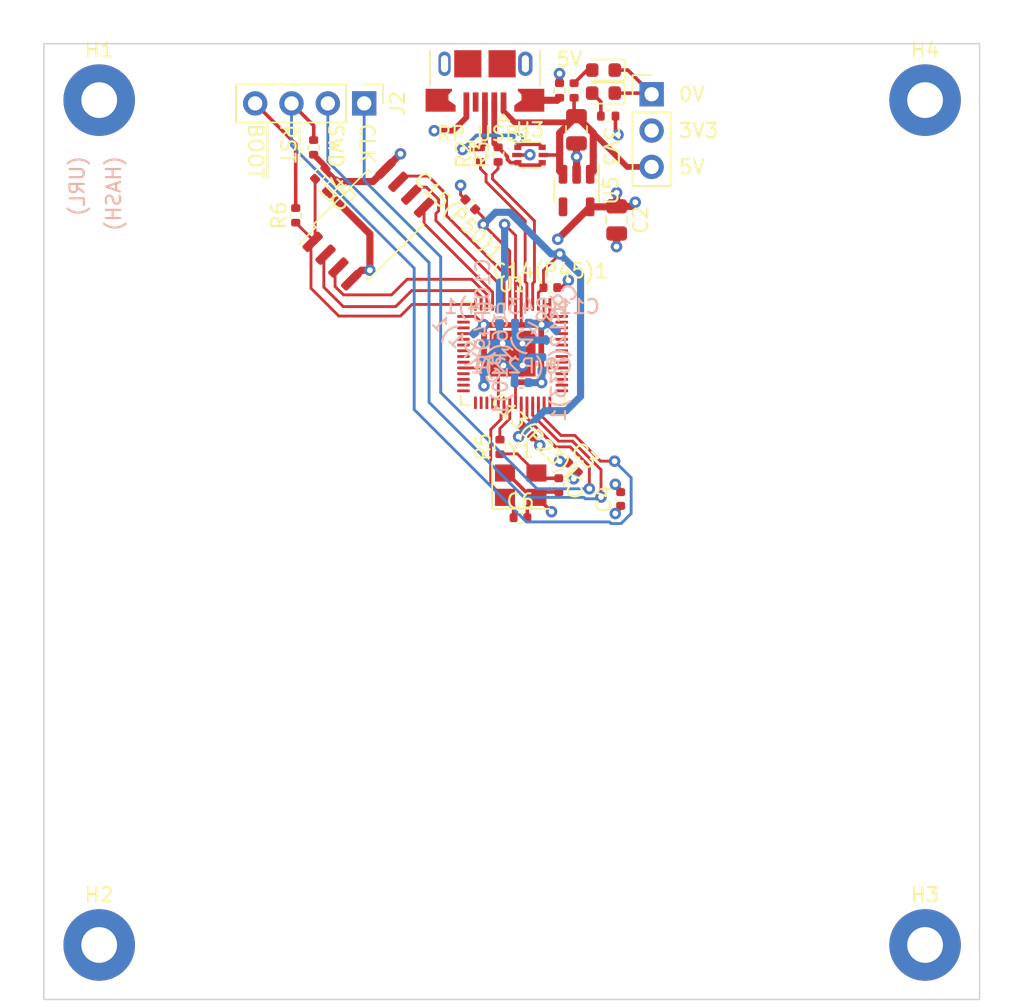
<source format=kicad_pcb>
(kicad_pcb (version 20240108) (generator "pcbnew") (generator_version "8.0")
  (layers (0 "F.Cu" signal) (1 "In1.Cu" signal) (2 "In2.Cu" signal) (31 "B.Cu" signal) (34 "B.Paste" user) (35 "F.Paste" user) (36 "B.SilkS" user "B.Silkscreen") (37 "F.SilkS" user "F.Silkscreen") (38 "B.Mask" user) (39 "F.Mask" user) (44 "Edge.Cuts" user))
  (net 0 "")
  (net 1 "+5V")
  (net 2 "GND")
  (net 3 "+3V3")
  (net 4 "Net-(U1-XIN)")
  (net 5 "Net-(C7-Pad1)")
  (net 10 "/USB_BOOT")
  (net 11 "/RP_SWCLK")
  (net 12 "/RP_SWD")
  (net 28 "/~{RESET}")
  (net 29 "Net-(RP_USB1-Shield)")
  (net 30 "Net-(RP_USB1-D+)")
  (net 31 "Net-(RP_USB1-D-)")
  (net 32 "Net-(U1-XOUT)")
  (net 33 "/QSPI_CS")
  (net 40 "+1V2")
  (net 46 "/QSPI_DATA[3]")
  (net 47 "/QSPI_SCK")
  (net 48 "/QSPI_DATA[0]")
  (net 49 "/QSPI_DATA[2]")
  (net 50 "/QSPI_DATA[1]")
  (net 52 "/RP_UD+")
  (net 53 "/RP_UD-")
  (net 55 "Net-(D1_UM1-A)")
  (net 56 "Net-(D2_UM1-A)")
  (footprint "Package_TO_SOT_SMD:SOT-23-5" (layer "F.Cu") (at 158.520588 87.601856 -90)
    (property "Reference" "U5")
    (property "Value" "AP2112K-3.3")
  )
  (footprint "Resistor_SMD:R_0402_1005Metric" (layer "F.Cu") (at 153.163707 105.520206 90)
    (property "Reference" "R5")
    (property "Value" "1K")
  )
  (footprint "Package_TO_SOT_SMD:SOT-666" (layer "F.Cu") (at 155.266923 85.116162)
    (property "Reference" "U3")
    (property "Value" "USBLC6-2P6")
  )
  (footprint "LED_SMD:LED_0603_1608Metric" (layer "F.Cu") (at 160.399047 80.79027 180)
    (property "Reference" "D2_UM1" (hide yes))
    (property "Value" "LED(G)")
  )
  (footprint "LED_SMD:LED_0603_1608Metric" (layer "F.Cu") (at 160.399047 79.17976 180)
    (property "Reference" "D1_UM1" (hide yes))
    (property "Value" "LED(R)")
  )
  (footprint "Capacitor_SMD:C_0402_1005Metric" (layer "F.Cu") (at 155.086491 104.4377 -45)
    (property "Reference" "C13(P23)1")
    (property "Value" "100nF")
  )
  (footprint "Connector_USB:USB_Micro-B_XKB_U254-051T-4BH83-F1S" (layer "F.Cu") (at 152.115 79.13 180)
    (property "Reference" "RP_USB1")
    (property "Value" "USB_B_Micro")
  )
  (footprint "Capacitor_SMD:C_0402_1005Metric" (layer "F.Cu") (at 157.276831 108.192976 -90)
    (property "Reference" "C7")
    (property "Value" "35pF")
  )
  (footprint "Package_DFN_QFN:QFN-56-1EP_7x7mm_P0.4mm_EP3.2x3.2mm" (layer "F.Cu") (at 154.050703 99)
    (property "Reference" "U1")
    (property "Value" "RP2040")
  )
  (footprint "Connector_PinHeader_2.54mm:PinHeader_1x04_P2.54mm_Vertical" (layer "F.Cu") (at 143.673475 81.510483 -90)
    (property "Reference" "J2")
    (property "Value" "Conn_01x04_Pin")
  )
  (footprint "Resistor_SMD:R_0402_1005Metric" (layer "F.Cu") (at 157.327362 80.606118 -90)
    (property "Reference" "R1" (hide yes))
    (property "Value" "1M")
  )
  (footprint "Capacitor_SMD:C_0402_1005Metric" (layer "F.Cu") (at 156.686665 94.383775)
    (property "Reference" "C14(P45)1")
    (property "Value" "1uF")
  )
  (footprint "Connector_PinHeader_2.54mm:PinHeader_1x03_P2.54mm_Vertical" (layer "F.Cu") (at 163.765323 80.86891)
    (property "Reference" "J1" (hide yes))
    (property "Value" "Conn_01x03_Pin")
  )
  (footprint "Resistor_SMD:R_0402_1005Metric" (layer "F.Cu") (at 140.603839 86.427774 45)
    (property "Reference" "R7" (hide yes))
    (property "Value" "10K")
  )
  (footprint "Capacitor_SMD:C_0805_2012Metric" (layer "F.Cu") (at 161.32136 89.653873 -90)
    (property "Reference" "C2")
    (property "Value" "10uF")
  )
  (footprint "Resistor_SMD:R_0402_1005Metric" (layer "F.Cu") (at 158.34644 80.604686 90)
    (property "Reference" "R4_UM1" (hide yes))
    (property "Value" "330")
  )
  (footprint "Capacitor_SMD:C_0402_1005Metric" (layer "F.Cu") (at 154.597626 110.470019)
    (property "Reference" "C6")
    (property "Value" "35pF")
  )
  (footprint "Resistor_SMD:R_0402_1005Metric" (layer "F.Cu") (at 153.035 85.09 90)
    (property "Reference" "R3")
    (property "Value" "27")
  )
  (footprint "Capacitor_SMD:C_0402_1005Metric" (layer "F.Cu") (at 161.598939 109.161549 90)
    (property "Reference" "C4")
    (property "Value" "100nF")
  )
  (footprint "Capacitor_SMD:C_0402_1005Metric" (layer "F.Cu") (at 151.089206 88.57268 135)
    (property "Reference" "C15(P50)1")
    (property "Value" "100nF")
  )
  (footprint "Resistor_SMD:R_0402_1005Metric" (layer "F.Cu") (at 138.887758 89.335336 90)
    (property "Reference" "R6")
    (property "Value" "1k")
  )
  (footprint "Capacitor_SMD:C_0402_1005Metric" (layer "F.Cu") (at 141.422061 87.310397 -135)
    (property "Reference" "C5")
    (property "Value" "100nF")
  )
  (footprint "MountingHole:MountingHole_2.5mm_Pad" (layer "F.Cu") (at 182.88 81.28)
    (property "Reference" "H4")
    (property "Value" "MountingHole_Pad")
  )
  (footprint "MountingHole:MountingHole_2.5mm_Pad" (layer "F.Cu") (at 125.152037 140.335)
    (property "Reference" "H2")
    (property "Value" "MountingHole_Pad")
  )
  (footprint "Resistor_SMD:R_0402_1005Metric" (layer "F.Cu") (at 151.800561 85.09 90)
    (property "Reference" "R2")
    (property "Value" "27")
  )
  (footprint "MountingHole:MountingHole_2.5mm_Pad" (layer "F.Cu") (at 125.152037 81.28)
    (property "Reference" "H1")
    (property "Value" "MountingHole_Pad")
  )
  (footprint "Package_SO:SOIC-8_5.23x5.23mm_P1.27mm" (layer "F.Cu") (at 143.96499 89.984938 45)
    (property "Reference" "U4")
    (property "Value" "W25Q128JVS")
  )
  (footprint "Crystal:Crystal_SMD_3225-4Pin_3.2x2.5mm" (layer "F.Cu") (at 154.6149 108.196724)
    (property "Reference" "Y1")
    (property "Value" "12MHz")
  )
  (footprint "Resistor_SMD:R_0402_1005Metric" (layer "F.Cu") (at 140.140015 84.584527 90)
    (property "Reference" "R4" (hide yes))
    (property "Value" "10K")
  )
  (footprint "Capacitor_SMD:C_0805_2012Metric" (layer "F.Cu") (at 158.512174 83.354654 -90)
    (property "Reference" "C1" (hide yes))
    (property "Value" "10uF")
  )
  (footprint "Capacitor_SMD:C_0402_1005Metric" (layer "F.Cu") (at 158.263153 106.955777 -45)
    (property "Reference" "C3")
    (property "Value" "100nF")
  )
  (footprint "MountingHole:MountingHole_2.5mm_Pad" (layer "F.Cu") (at 182.88 140.335)
    (property "Reference" "H3")
    (property "Value" "MountingHole_Pad")
  )
  (footprint "Resistor_SMD:R_0402_1005Metric" (layer "F.Cu") (at 160.727313 82.397591 180)
    (property "Reference" "R5_UM1" (hide yes))
    (property "Value" "330")
  )
  (footprint "Capacitor_SMD:C_0402_1005Metric" (layer "B.Cu") (at 154.670968 101.027464 180)
    (property "Reference" "C8(P22)1")
    (property "Value" "100nF")
  )
  (footprint "Capacitor_SMD:C_0402_1005Metric" (layer "B.Cu") (at 156.099483 99.726088 90)
    (property "Reference" "C12(P33)1")
    (property "Value" "100nF")
  )
  (footprint "Capacitor_SMD:C_0402_1005Metric" (layer "B.Cu") (at 151.685218 97.923238 -45)
    (property "Reference" "C7(P1)1")
    (property "Value" "100nF")
  )
  (footprint "Capacitor_SMD:C_0402_1005Metric" (layer "B.Cu") (at 156.731243 97.710964 -135)
    (property "Reference" "C9(P42)1")
    (property "Value" "100nF")
  )
  (footprint "Capacitor_SMD:C_0402_1005Metric" (layer "B.Cu") (at 152.034308 99.829796 90)
    (property "Reference" "C6(P10)1")
    (property "Value" "100nF")
  )
  (footprint "Capacitor_SMD:C_0402_1005Metric" (layer "B.Cu") (at 153.129341 96.38916 -90)
    (property "Reference" "C10(P49)1")
    (property "Value" "100nF")
  )
  (footprint "Capacitor_SMD:C_0402_1005Metric" (layer "B.Cu") (at 154.701271 96.871552 180)
    (property "Reference" "C11(P43n44)1")
    (property "Value" "1uF")
  )
  (gr_rect (start 121.285 77.335) (end 186.69 144.145) (stroke (width 0.1)) (fill none) (layer "Edge.Cuts"))
  (gr_text "(HASH)" (at 126.746 85.09 90) (layer "B.SilkS") (effects (font (size 1 1)) (justify left bottom mirror)))
  (gr_text "(URL)" (at 124.206 85.089999 90) (layer "B.SilkS") (effects (font (size 1 1)) (justify left bottom mirror)))
  (gr_text "5V" (at 157.008446 79.007782 0) (layer "F.SilkS") (effects (font (size 1 1)) (justify left bottom)))
  (gr_text "~{BOOT}" (at 135.502539 82.83159 270) (layer "F.SilkS") (effects (font (size 1 1)) (justify left bottom)))
  (gr_text "~{RST}" (at 137.740114 82.877255 -90) (layer "F.SilkS") (effects (font (size 1 1)) (justify left bottom)))
  (gr_text "3V3" (at 160.344617 83.050868 270) (layer "F.SilkS") (effects (font (size 1 1)) (justify left bottom)))
  (gr_text "CLK" (at 143.288387 82.808757 -90) (layer "F.SilkS") (effects (font (size 1 1)) (justify left bottom)))
  (gr_text "3V3" (at 165.567288 83.999456 0) (layer "F.SilkS") (effects (font (size 1 1)) (justify left bottom)))
  (gr_text "SWD" (at 141.096477 82.83159 -90) (layer "F.SilkS") (effects (font (size 1 1)) (justify left bottom)))
  (gr_text "5V" (at 165.567288 86.539456 0) (layer "F.SilkS") (effects (font (size 1 1)) (justify left bottom)))
  (gr_text "0V" (at 165.567288 81.459456 0) (layer "F.SilkS") (effects (font (size 1 1)) (justify left bottom)))
  (segment (start 158.34644 82.211098) (end 158.52799 82.392648) (width 0.25) (layer "F.Cu") (net 1))
  (segment (start 162.05643 85.94891) (end 163.765323 85.94891) (width 0.4) (layer "F.Cu") (net 1))
  (segment (start 159.637174 86.297774) (end 159.687174 86.247774) (width 0.5) (layer "F.Cu") (net 1))
  (segment (start 157.251652 85.116162) (end 157.337174 85.03064) (width 0.25) (layer "F.Cu") (net 1))
  (segment (start 157.337174 85.03064) (end 157.337174 86.230944) (width 0.5) (layer "F.Cu") (net 1))
  (segment (start 157.337174 83.579653) (end 157.337174 85.03064) (width 0.5) (layer "F.Cu") (net 1))
  (segment (start 154.179826 82.829193) (end 158.087635 82.829193) (width 0.4) (layer "F.Cu") (net 1))
  (segment (start 157.251327 85.116487) (end 157.337174 85.03064) (width 0.25) (layer "F.Cu") (net 1))
  (segment (start 158.512173 82.404654) (end 157.337174 83.579653) (width 0.5) (layer "F.Cu") (net 1))
  (segment (start 157.337174 86.230944) (end 157.570588 86.464358) (width 0.5) (layer "F.Cu") (net 1))
  (segment (start 158.087635 82.829193) (end 158.512174 82.404654) (width 0.4) (layer "F.Cu") (net 1))
  (segment (start 159.637174 86.297774) (end 159.470589 86.464358) (width 0.4) (layer "F.Cu") (net 1))
  (segment (start 159.687174 85.211284) (end 159.687174 83.579655) (width 0.5) (layer "F.Cu") (net 1))
  (segment (start 158.34644 81.114685) (end 158.34644 82.211098) (width 0.25) (layer "F.Cu") (net 1))
  (segment (start 156.191923 85.116162) (end 157.251652 85.116162) (width 0.25) (layer "F.Cu") (net 1))
  (segment (start 159.687174 83.579655) (end 158.512173 82.404654) (width 0.5) (layer "F.Cu") (net 1))
  (segment (start 159.687174 86.247774) (end 159.687174 85.211284) (width 0.5) (layer "F.Cu") (net 1))
  (segment (start 153.415 82.064367) (end 153.415 81.415) (width 0.4) (layer "F.Cu") (net 1))
  (segment (start 154.179826 82.829193) (end 153.415 82.064367) (width 0.4) (layer "F.Cu") (net 1))
  (segment (start 158.512174 82.404654) (end 162.05643 85.94891) (width 0.4) (layer "F.Cu") (net 1))
  (segment (start 149.888834 83.416166) (end 148.574679 83.416166) (width 0.4) (layer "F.Cu") (net 2))
  (segment (start 155.077626 110.470019) (end 155.077626 109.683998) (width 0.25) (layer "F.Cu") (net 2))
  (segment (start 154.050703 99) (end 154.050703 99.132866) (width 0.25) (layer "F.Cu") (net 2))
  (segment (start 161.186548 79.17976) (end 162.103995 79.17976) (width 0.25) (layer "F.Cu") (net 2))
  (segment (start 141.08265 87.649808) (end 144.072411 90.639569) (width 0.5) (layer "F.Cu") (net 2))
  (segment (start 154.820248 108.513745) (end 153.653227 107.346724) (width 0.25) (layer "F.Cu") (net 2))
  (segment (start 161.598939 108.681549) (end 161.598939 108.505898) (width 0.25) (layer "F.Cu") (net 2))
  (segment (start 153.050703 102.4375) (end 153.050703 100.187297) (width 0.2) (layer "F.Cu") (net 2))
  (segment (start 157.327362 79.42501) (end 157.327362 80.096118) (width 0.5) (layer "F.Cu") (net 2))
  (segment (start 158.602564 107.295188) (end 158.602564 107.46265) (width 0.25) (layer "F.Cu") (net 2))
  (segment (start 150.815 81.415) (end 150.815 82.49) (width 0.4) (layer "F.Cu") (net 2))
  (segment (start 154.050703 99) (end 154.050703 98.983781) (width 0.25) (layer "F.Cu") (net 2))
  (segment (start 143.469705 93.1743) (end 144.072411 93.1743) (width 0.5) (layer "F.Cu") (net 2))
  (segment (start 154.820248 108.513745) (end 155.353227 109.046724) (width 0.25) (layer "F.Cu") (net 2))
  (segment (start 153.050703 100.187297) (end 153.410387 99.827613) (width 0.2) (layer "F.Cu") (net 2))
  (segment (start 157.166665 94.383775) (end 157.439198 94.383775) (width 0.2) (layer "F.Cu") (net 2))
  (segment (start 154.050703 98.983781) (end 154.737309 98.297175) (width 0.25) (layer "F.Cu") (net 2))
  (segment (start 142.766444 93.877561) (end 143.469705 93.1743) (width 0.5) (layer "F.Cu") (net 2))
  (segment (start 155.762964 109.046724) (end 156.768818 110.052578) (width 0.25) (layer "F.Cu") (net 2))
  (segment (start 156.088648 108.672976) (end 155.7149 109.046724) (width 0.25) (layer "F.Cu") (net 2))
  (segment (start 155.425902 104.879075) (end 155.944686 105.397859) (width 0.2) (layer "F.Cu") (net 2))
  (segment (start 162.103995 79.17976) (end 163.781139 80.856904) (width 0.25) (layer "F.Cu") (net 2))
  (segment (start 161.32136 90.603872) (end 161.32136 91.505357) (width 0.5) (layer "F.Cu") (net 2))
  (segment (start 153.653227 107.346724) (end 153.5149 107.346724) (width 0.25) (layer "F.Cu") (net 2))
  (segment (start 155.7149 109.046724) (end 155.762964 109.046724) (width 0.25) (layer "F.Cu") (net 2))
  (segment (start 150.815 82.49) (end 149.888834 83.416166) (width 0.4) (layer "F.Cu") (net 2))
  (segment (start 158.602564 107.46265) (end 158.319646 107.745568) (width 0.25) (layer "F.Cu") (net 2))
  (segment (start 158.520588 85.229695) (end 158.52059 85.229695) (width 0.4) (layer "F.Cu") (net 2))
  (segment (start 161.32136 91.505357) (end 161.309695 91.517022) (width 0.5) (layer "F.Cu") (net 2))
  (segment (start 155.077626 109.683998) (end 155.7149 109.046724) (width 0.25) (layer "F.Cu") (net 2))
  (segment (start 150.411657 87.237974) (end 150.411657 87.895131) (width 0.2) (layer "F.Cu") (net 2))
  (segment (start 154.050703 99.132866) (end 154.74545 99.827613) (width 0.25) (layer "F.Cu") (net 2))
  (segment (start 158.520588 86.464356) (end 158.520588 85.229695) (width 0.5) (layer "F.Cu") (net 2))
  (segment (start 157.439198 94.383775) (end 157.947429 93.875544) (width 0.2) (layer "F.Cu") (net 2))
  (segment (start 154.050703 99) (end 154.050703 99.187297) (width 0.25) (layer "F.Cu") (net 2))
  (segment (start 154.050703 99.187297) (end 153.410387 99.827613) (width 0.25) (layer "F.Cu") (net 2))
  (segment (start 161.598939 108.505898) (end 161.226118 108.133077) (width 0.25) (layer "F.Cu") (net 2))
  (segment (start 158.512173 85.221277) (end 158.52059 85.229695) (width 0.4) (layer "F.Cu") (net 2))
  (segment (start 155.238095 85.116162) (end 155.25836 85.095897) (width 0.25) (layer "F.Cu") (net 2))
  (segment (start 154.341923 85.116162) (end 155.238095 85.116162) (width 0.25) (layer "F.Cu") (net 2))
  (segment (start 155.425902 104.777111) (end 155.425902 104.879075) (width 0.2) (layer "F.Cu") (net 2))
  (segment (start 155.353227 109.046724) (end 155.7149 109.046724) (width 0.25) (layer "F.Cu") (net 2))
  (segment (start 144.072411 90.639569) (end 144.072411 93.1743) (width 0.5) (layer "F.Cu") (net 2))
  (segment (start 161.186548 80.79027) (end 163.714505 80.79027) (width 0.25) (layer "F.Cu") (net 2))
  (segment (start 157.276831 108.672976) (end 156.088648 108.672976) (width 0.25) (layer "F.Cu") (net 2))
  (segment (start 158.512175 84.304654) (end 158.512173 85.221277) (width 0.5) (layer "F.Cu") (net 2))
  (segment (start 154.050703 99) (end 154.050703 98.978195) (width 0.25) (layer "F.Cu") (net 2))
  (segment (start 154.050703 98.978195) (end 153.353402 98.280894) (width 0.25) (layer "F.Cu") (net 2))
  (segment (start 150.411657 87.895131) (end 150.749795 88.233269) (width 0.2) (layer "F.Cu") (net 2))
  (via (at 157.327362 79.42501) (size 0.8) (drill 0.4) (layers "F.Cu" "B.Cu") (net 2))
  (via (at 157.947429 93.875544) (size 0.8) (drill 0.4) (layers "F.Cu" "B.Cu") (net 2))
  (via (at 158.52059 85.229695) (size 0.8) (drill 0.4) (layers "F.Cu" "B.Cu") (net 2))
  (via (at 161.226118 108.133077) (size 0.8) (drill 0.4) (layers "F.Cu" "B.Cu") (net 2))
  (via (at 156.768818 110.052578) (size 0.8) (drill 0.4) (layers "F.Cu" "B.Cu") (net 2))
  (via (at 150.411657 87.237974) (size 0.8) (drill 0.4) (layers "F.Cu" "B.Cu") (net 2))
  (via (at 155.944686 105.397859) (size 0.8) (drill 0.4) (layers "F.Cu" "B.Cu") (net 2))
  (via (at 153.410387 99.827613) (size 0.8) (drill 0.4) (layers "F.Cu" "B.Cu") (net 2))
  (via (at 144.072411 93.1743) (size 0.8) (drill 0.4) (layers "F.Cu" "B.Cu") (net 2))
  (via (at 153.353402 98.280894) (size 0.8) (drill 0.4) (layers "F.Cu" "B.Cu") (net 2))
  (via (at 161.309695 91.517022) (size 0.8) (drill 0.4) (layers "F.Cu" "B.Cu") (net 2))
  (via (at 155.25836 85.095897) (size 0.8) (drill 0.4) (layers "F.Cu" "B.Cu") (net 2))
  (via (at 154.74545 99.827613) (size 0.8) (drill 0.4) (layers "F.Cu" "B.Cu") (net 2))
  (via (at 154.737309 98.297175) (size 0.8) (drill 0.4) (layers "F.Cu" "B.Cu") (net 2))
  (via (at 148.574679 83.416166) (size 0.8) (drill 0.4) (layers "F.Cu" "B.Cu") (net 2))
  (via (at 158.319646 107.745568) (size 0.8) (drill 0.4) (layers "F.Cu" "B.Cu") (net 2))
  (segment (start 156.391832 98.050375) (end 154.984109 98.050375) (width 0.5) (layer "B.Cu") (net 2))
  (segment (start 152.93257 99.349796) (end 153.410387 99.827613) (width 0.5) (layer "B.Cu") (net 2))
  (segment (start 154.221271 96.871552) (end 154.221271 97.781137) (width 0.5) (layer "B.Cu") (net 2))
  (segment (start 155.326975 99.246088) (end 154.74545 99.827613) (width 0.5) (layer "B.Cu") (net 2))
  (segment (start 156.099483 99.246088) (end 155.326975 99.246088) (width 0.5) (layer "B.Cu") (net 2))
  (segment (start 154.74545 99.827613) (end 153.410387 99.827613) (width 0.5) (layer "B.Cu") (net 2))
  (segment (start 153.129341 96.86916) (end 153.129341 98.056833) (width 0.5) (layer "B.Cu") (net 2))
  (segment (start 153.353402 98.280894) (end 154.721028 98.280894) (width 0.5) (layer "B.Cu") (net 2))
  (segment (start 154.984109 98.050375) (end 154.737309 98.297175) (width 0.5) (layer "B.Cu") (net 2))
  (segment (start 152.2845 99.349796) (end 153.353402 98.280894) (width 0.5) (layer "B.Cu") (net 2))
  (segment (start 153.129341 98.056833) (end 153.353402 98.280894) (width 0.5) (layer "B.Cu") (net 2))
  (segment (start 154.737309 99.819472) (end 154.74545 99.827613) (width 0.25) (layer "B.Cu") (net 2))
  (segment (start 153.353402 99.770628) (end 153.410387 99.827613) (width 0.25) (layer "B.Cu") (net 2))
  (segment (start 154.190968 100.382095) (end 154.74545 99.827613) (width 0.5) (layer "B.Cu") (net 2))
  (segment (start 152.034308 99.349796) (end 152.93257 99.349796) (width 0.5) (layer "B.Cu") (net 2))
  (segment (start 154.190968 101.027464) (end 154.190968 100.382095) (width 0.5) (layer "B.Cu") (net 2))
  (segment (start 152.024629 98.262649) (end 153.335157 98.262649) (width 0.5) (layer "B.Cu") (net 2))
  (segment (start 154.721028 98.280894) (end 154.737309 98.297175) (width 0.25) (layer "B.Cu") (net 2))
  (segment (start 153.353402 98.280894) (end 153.353402 99.770628) (width 0.5) (layer "B.Cu") (net 2))
  (segment (start 154.737309 98.297175) (end 154.737309 99.819472) (width 0.5) (layer "B.Cu") (net 2))
  (segment (start 153.335157 98.262649) (end 153.353402 98.280894) (width 0.5) (layer "B.Cu") (net 2))
  (segment (start 154.221271 97.781137) (end 154.737309 98.297175) (width 0.5) (layer "B.Cu") (net 2))
  (segment (start 152.034308 99.349796) (end 152.2845 99.349796) (width 0.5) (layer "B.Cu") (net 2))
  (segment (start 162.623043 88.419367) (end 162.338537 88.703873) (width 0.5) (layer "F.Cu") (net 3))
  (segment (start 151.450703 96.4) (end 152.026791 96.976088) (width 0.2) (layer "F.Cu") (net 3))
  (segment (start 154.250703 96.990809) (end 154.241512 97) (width 0.2) (layer "F.Cu") (net 3))
  (segment (start 154.250703 93.966592) (end 154.250703 90.733526) (width 0.2) (layer "F.Cu") (net 3))
  (segment (start 156.250703 95.5625) (end 156.650703 95.5625) (width 0.2) (layer "F.Cu") (net 3))
  (segment (start 145.163536 86.083967) (end 146.211257 85.036246) (width 0.5) (layer "F.Cu") (net 3))
  (segment (start 161.237312 82.397591) (end 161.237312 83.518147) (width 0.25) (layer "F.Cu") (net 3))
  (segment (start 154.246543 101.0279) (end 154.246543 101.199502) (width 0.4) (layer "F.Cu") (net 3))
  (segment (start 152.050703 97) (end 152.050703 99.06) (width 0.4) (layer "F.Cu") (net 3))
  (segment (start 156.066661 100) (end 156.050703 99.984042) (width 0.2) (layer "F.Cu") (net 3))
  (segment (start 156.050703 97) (end 154.653843 97) (width 0.4) (layer "F.Cu") (net 3))
  (segment (start 161.285877 88.739356) (end 161.32136 88.703873) (width 0.5) (layer "F.Cu") (net 3))
  (segment (start 154.250703 101.203662) (end 154.246543 101.199502) (width 0.2) (layer "F.Cu") (net 3))
  (segment (start 152.050703 97) (end 152.026791 96.976088) (width 0.4) (layer "F.Cu") (net 3))
  (segment (start 161.598939 109.641549) (end 161.598939 109.804344) (width 0.25) (layer "F.Cu") (net 3))
  (segment (start 150.613203 100) (end 151.96126 100) (width 0.2) (layer "F.Cu") (net 3))
  (segment (start 144.284865 86.970986) (end 145.163536 86.092315) (width 0.5) (layer "F.Cu") (net 3))
  (segment (start 154.650703 96.99686) (end 154.653843 97) (width 0.2) (layer "F.Cu") (net 3))
  (segment (start 152.050703 99.910557) (end 152.050703 101.250703) (width 0.4) (layer "F.Cu") (net 3))
  (segment (start 156.050703 101) (end 156.074615 101.023912) (width 0.4) (layer "F.Cu") (net 3))
  (segment (start 140.964463 85.918975) (end 140.140015 85.094527) (width 0.4) (layer "F.Cu") (net 3))
  (segment (start 140.964463 86.06715) (end 140.964463 85.918975) (width 0.4) (layer "F.Cu") (net 3))
  (segment (start 159.470588 88.739356) (end 161.285877 88.739356) (width 0.5) (layer "F.Cu") (net 3))
  (segment (start 154.250703 90.733526) (end 153.488642 89.971465) (width 0.2) (layer "F.Cu") (net 3))
  (segment (start 156.650703 95.5625) (end 156.650703 96.4) (width 0.2) (layer "F.Cu") (net 3))
  (segment (start 156.250703 96.8) (end 156.074615 96.976088) (width 0.2) (layer "F.Cu") (net 3))
  (segment (start 154.650703 94.366592) (end 154.250703 93.966592) (width 0.2) (layer "F.Cu") (net 3))
  (segment (start 156.250703 95.5625) (end 156.250703 96.8) (width 0.2) (layer "F.Cu") (net 3))
  (segment (start 156.050703 99.984042) (end 156.050703 97) (width 0.4) (layer "F.Cu") (net 3))
  (segment (start 140.964463 86.173977) (end 141.761472 86.970986) (width 0.4) (layer "F.Cu") (net 3))
  (segment (start 141.761472 86.970986) (end 144.284865 86.970986) (width 0.5) (layer "F.Cu") (net 3))
  (segment (start 154.650703 95.5625) (end 154.650703 96.99686) (width 0.2) (layer "F.Cu") (net 3))
  (segment (start 159.467248 88.739356) (end 157.201813 91.004791) (width 0.5) (layer "F.Cu") (net 3))
  (segment (start 154.250703 95.5625) (end 154.250703 93.966592) (width 0.2) (layer "F.Cu") (net 3))
  (segment (start 154.274443 101) (end 156.050703 101) (width 0.4) (layer "F.Cu") (net 3))
  (segment (start 156.050703 97) (end 156.074615 96.976088) (width 0.4) (layer "F.Cu") (net 3))
  (segment (start 161.598939 109.804344) (end 161.226118 110.177165) (width 0.25) (layer "F.Cu") (net 3))
  (segment (start 157.923742 106.616366) (end 157.428265 106.616366) (width 0.25) (layer "F.Cu") (net 3))
  (segment (start 159.470588 88.739356) (end 159.467248 88.739356) (width 0.5) (layer "F.Cu") (net 3))
  (segment (start 161.291 88.734234) (end 161.321363 88.703872) (width 0.4) (layer "F.Cu") (net 3))
  (segment (start 157.488203 96.4) (end 156.650703 96.4) (width 0.2) (layer "F.Cu") (net 3))
  (segment (start 151.96126 100) (end 152.050703 99.910557) (width 0.2) (layer "F.Cu") (net 3))
  (segment (start 156.650703 96.4) (end 156.074615 96.976088) (width 0.5) (layer "F.Cu") (net 3))
  (segment (start 157.488203 100) (end 156.066661 100) (width 0.2) (layer "F.Cu") (net 3))
  (segment (start 140.964463 86.06715) (end 140.964463 86.173977) (width 0.4) (layer "F.Cu") (net 3))
  (segment (start 154.250703 95.5625) (end 154.250703 96.990809) (width 0.2) (layer "F.Cu") (net 3))
  (segment (start 154.274443 101) (end 154.246543 101.0279) (width 0.4) (layer "F.Cu") (net 3))
  (segment (start 154.241512 97) (end 152.181406 97) (width 0.4) (layer "F.Cu") (net 3))
  (segment (start 152.050703 101.250703) (end 152.050696 101.250703) (width 0.4) (layer "F.Cu") (net 3))
  (segment (start 145.163536 86.092315) (end 145.163536 86.083967) (width 0.5) (layer "F.Cu") (net 3))
  (segment (start 152.050696 101.250703) (end 152.049375 101.252024) (width 0.4) (layer "F.Cu") (net 3))
  (segment (start 157.428265 106.616366) (end 157.337531 106.525632) (width 0.25) (layer "F.Cu") (net 3))
  (segment (start 150.613203 96.4) (end 151.450703 96.4) (width 0.2) (layer "F.Cu") (net 3))
  (segment (start 161.32136 88.703873) (end 161.32136 87.755756) (width 0.5) (layer "F.Cu") (net 3))
  (segment (start 162.338537 88.703873) (end 161.32136 88.703873) (width 0.5) (layer "F.Cu") (net 3))
  (segment (start 152.181406 97) (end 152.050703 97) (width 0.4) (layer "F.Cu") (net 3))
  (segment (start 154.650703 95.5625) (end 154.650703 94.366592) (width 0.2) (layer "F.Cu") (net 3))
  (segment (start 154.250703 102.4375) (end 154.250703 101.203662) (width 0.2) (layer "F.Cu") (net 3))
  (segment (start 154.653843 97) (end 154.241512 97) (width 0.4) (layer "F.Cu") (net 3))
  (segment (start 152.050703 99.06) (end 152.050703 99.910557) (width 0.4) (layer "F.Cu") (net 3))
  (segment (start 156.050703 101) (end 156.050703 99.984042) (width 0.4) (layer "F.Cu") (net 3))
  (via (at 152.049375 101.252024) (size 0.8) (drill 0.4) (layers "F.Cu" "B.Cu") (net 3))
  (via (at 161.32136 87.755756) (size 0.8) (drill 0.4) (layers "F.Cu" "B.Cu") (net 3))
  (via (at 157.337531 106.525632) (size 0.8) (drill 0.4) (layers "F.Cu" "B.Cu") (net 3))
  (via (at 156.074615 96.976088) (size 0.8) (drill 0.4) (layers "F.Cu" "B.Cu") (net 3))
  (via (at 161.226118 110.177165) (size 0.8) (drill 0.4) (layers "F.Cu" "B.Cu") (net 3))
  (via (at 162.623043 88.419367) (size 0.8) (drill 0.4) (layers "F.Cu" "B.Cu") (net 3))
  (via (at 152.026791 96.976088) (size 0.8) (drill 0.4) (layers "F.Cu" "B.Cu") (net 3))
  (via (at 146.211257 85.036246) (size 0.8) (drill 0.4) (layers "F.Cu" "B.Cu") (net 3))
  (via (at 153.488642 89.971465) (size 0.8) (drill 0.4) (layers "F.Cu" "B.Cu") (net 3))
  (via (at 161.416828 83.697663) (size 0.8) (drill 0.4) (layers "F.Cu" "B.Cu") (net 3))
  (via (at 157.201813 91.004791) (size 0.8) (drill 0.4) (layers "F.Cu" "B.Cu") (net 3))
  (via (at 156.074615 101.023912) (size 0.8) (drill 0.4) (layers "F.Cu" "B.Cu") (net 3))
  (segment (start 151.419052 97.583827) (end 152.026791 96.976088) (width 0.5) (layer "B.Cu") (net 3))
  (segment (start 151.345807 97.583827) (end 151.419052 97.583827) (width 0.5) (layer "B.Cu") (net 3))
  (segment (start 157.070654 97.371553) (end 156.675189 96.976088) (width 0.5) (layer "B.Cu") (net 3))
  (segment (start 155.970079 96.871552) (end 156.074615 96.976088) (width 0.5) (layer "B.Cu") (net 3))
  (segment (start 156.675189 96.976088) (end 156.074615 96.976088) (width 0.5) (layer "B.Cu") (net 3))
  (segment (start 155.181271 96.871552) (end 155.970079 96.871552) (width 0.5) (layer "B.Cu") (net 3))
  (segment (start 153.129341 95.90916) (end 153.129341 94.030856) (width 0.5) (layer "B.Cu") (net 3))
  (segment (start 156.099483 100.206088) (end 156.099483 100.999044) (width 0.5) (layer "B.Cu") (net 3))
  (segment (start 153.488642 93.671555) (end 153.129341 94.030856) (width 0.5) (layer "B.Cu") (net 3))
  (segment (start 152.034308 101.236957) (end 152.049375 101.252024) (width 0.5) (layer "B.Cu") (net 3))
  (segment (start 156.099483 100.999044) (end 156.074615 101.023912) (width 0.5) (layer "B.Cu") (net 3))
  (segment (start 156.071063 101.027464) (end 156.074615 101.023912) (width 0.5) (layer "B.Cu") (net 3))
  (segment (start 153.488642 89.971465) (end 153.488642 93.671555) (width 0.5) (layer "B.Cu") (net 3))
  (segment (start 152.034308 100.309796) (end 152.034308 101.236957) (width 0.5) (layer "B.Cu") (net 3))
  (segment (start 155.150968 101.027464) (end 156.071063 101.027464) (width 0.5) (layer "B.Cu") (net 3))
  (segment (start 152.5149 104.984966) (end 152.5149 108.146724) (width 0.2) (layer "F.Cu") (net 4))
  (segment (start 152.520817 104.308833) (end 152.520817 104.979049) (width 0.2) (layer "F.Cu") (net 4))
  (segment (start 153.23677 103.262866) (end 153.23677 103.59288) (width 0.2) (layer "F.Cu") (net 4))
  (segment (start 154.117626 109.64945) (end 153.5149 109.046724) (width 0.25) (layer "F.Cu") (net 4))
  (segment (start 154.117626 110.470019) (end 154.117626 109.64945) (width 0.25) (layer "F.Cu") (net 4))
  (segment (start 153.4149 109.046724) (end 153.5149 109.046724) (width 0.2) (layer "F.Cu") (net 4))
  (segment (start 153.450703 103.048933) (end 153.23677 103.262866) (width 0.2) (layer "F.Cu") (net 4))
  (segment (start 153.450703 102.4375) (end 153.450703 103.048933) (width 0.2) (layer "F.Cu") (net 4))
  (segment (start 152.520817 104.979049) (end 152.5149 104.984966) (width 0.2) (layer "F.Cu") (net 4))
  (segment (start 153.23677 103.59288) (end 152.520817 104.308833) (width 0.2) (layer "F.Cu") (net 4))
  (segment (start 152.5149 108.146724) (end 153.4149 109.046724) (width 0.2) (layer "F.Cu") (net 4))
  (segment (start 156.081152 107.712976) (end 155.7149 107.346724) (width 0.25) (layer "F.Cu") (net 5))
  (segment (start 153.188464 106.005449) (end 153.163707 106.030206) (width 0.2) (layer "F.Cu") (net 5))
  (segment (start 155.7149 107.346724) (end 154.373625 106.005449) (width 0.2) (layer "F.Cu") (net 5))
  (segment (start 154.373625 106.005449) (end 153.188464 106.005449) (width 0.2) (layer "F.Cu") (net 5))
  (segment (start 157.276831 107.712976) (end 156.081152 107.712976) (width 0.25) (layer "F.Cu") (net 5))
  (segment (start 138.887758 88.825336) (end 138.887758 84.344766) (width 0.25) (layer "F.Cu") (net 10))
  (segment (start 138.887758 84.344766) (end 136.053475 81.510483) (width 0.25) (layer "F.Cu") (net 10))
  (segment (start 157.054399 105.517622) (end 158.067018 105.517622) (width 0.2) (layer "F.Cu") (net 11))
  (segment (start 155.076019 103.539242) (end 157.054399 105.517622) (width 0.2) (layer "F.Cu") (net 11))
  (segment (start 158.067018 105.517622) (end 159.413955 106.864559) (width 0.2) (layer "F.Cu") (net 11))
  (segment (start 159.413955 106.864559) (end 159.413955 108.445068) (width 0.2) (layer "F.Cu") (net 11))
  (segment (start 155.050703 103.539242) (end 155.076019 103.539242) (width 0.2) (layer "F.Cu") (net 11))
  (segment (start 155.050703 102.4375) (end 155.050703 103.539242) (width 0.2) (layer "F.Cu") (net 11))
  (via (at 159.413955 108.445068) (size 0.8) (drill 0.4) (layers "F.Cu" "B.Cu") (net 11))
  (segment (start 155.752292 108.445068) (end 149.022074 101.71485) (width 0.2) (layer "B.Cu") (net 11))
  (segment (start 143.673475 86.889623) (end 143.673475 81.510483) (width 0.2) (layer "B.Cu") (net 11))
  (segment (start 149.022074 101.71485) (end 149.022074 92.238222) (width 0.2) (layer "B.Cu") (net 11))
  (segment (start 149.022074 92.238222) (end 143.673475 86.889623) (width 0.2) (layer "B.Cu") (net 11))
  (segment (start 159.413955 108.445068) (end 155.752292 108.445068) (width 0.2) (layer "B.Cu") (net 11))
  (segment (start 155.450703 103.301347) (end 157.266978 105.117622) (width 0.2) (layer "F.Cu") (net 12))
  (segment (start 155.450703 102.4375) (end 155.450703 103.301347) (width 0.2) (layer "F.Cu") (net 12))
  (segment (start 157.266978 105.117622) (end 158.232704 105.117622) (width 0.2) (layer "F.Cu") (net 12))
  (segment (start 160.228362 107.11328) (end 160.228362 109.024505) (width 0.2) (layer "F.Cu") (net 12))
  (segment (start 158.232704 105.117622) (end 160.228362 107.11328) (width 0.2) (layer "F.Cu") (net 12))
  (via (at 160.228362 109.024505) (size 0.8) (drill 0.4) (layers "F.Cu" "B.Cu") (net 12))
  (segment (start 154.855128 109.050505) (end 148.209841 102.405218) (width 0.2) (layer "B.Cu") (net 12))
  (segment (start 160.228362 109.024505) (end 160.107799 109.145068) (width 0.2) (layer "B.Cu") (net 12))
  (segment (start 159.029442 109.050505) (end 154.855128 109.050505) (width 0.2) (layer "B.Cu") (net 12))
  (segment (start 141.133475 85.565649) (end 141.133475 81.510483) (width 0.2) (layer "B.Cu") (net 12))
  (segment (start 148.209841 102.405218) (end 148.209841 92.62053) (width 0.2) (layer "B.Cu") (net 12))
  (segment (start 159.124005 109.145068) (end 159.029442 109.050505) (width 0.2) (layer "B.Cu") (net 12))
  (segment (start 148.188356 92.62053) (end 141.133475 85.565649) (width 0.2) (layer "B.Cu") (net 12))
  (segment (start 160.107799 109.145068) (end 159.124005 109.145068) (width 0.2) (layer "B.Cu") (net 12))
  (segment (start 148.209841 92.62053) (end 148.188356 92.62053) (width 0.2) (layer "B.Cu") (net 12))
  (segment (start 160.198169 106.517401) (end 158.39839 104.717622) (width 0.2) (layer "F.Cu") (net 28))
  (segment (start 140.148961 83.065969) (end 140.148961 84.065581) (width 0.25) (layer "F.Cu") (net 28))
  (segment (start 161.177732 106.517401) (end 160.198169 106.517401) (width 0.2) (layer "F.Cu") (net 28))
  (segment (start 138.593475 81.510483) (end 140.148961 83.065969) (width 0.25) (layer "F.Cu") (net 28))
  (segment (start 157.432664 104.717622) (end 155.850703 103.135661) (width 0.2) (layer "F.Cu") (net 28))
  (segment (start 155.850703 103.135661) (end 155.850703 102.4375) (width 0.2) (layer "F.Cu") (net 28))
  (segment (start 158.39839 104.717622) (end 157.432664 104.717622) (width 0.2) (layer "F.Cu") (net 28))
  (segment (start 140.148961 84.065581) (end 140.140015 84.074527) (width 0.25) (layer "F.Cu") (net 28))
  (via (at 161.177732 106.517401) (size 0.8) (drill 0.4) (layers "F.Cu" "B.Cu") (net 28))
  (segment (start 155.018662 110.762028) (end 160.821031 110.762028) (width 0.2) (layer "B.Cu") (net 28))
  (segment (start 147.170044 93.027718) (end 147.170044 102.91341) (width 0.2) (layer "B.Cu") (net 28))
  (segment (start 147.170044 102.91341) (end 155.018662 110.762028) (width 0.2) (layer "B.Cu") (net 28))
  (segment (start 162.334938 107.674607) (end 161.177732 106.517401) (width 0.2) (layer "B.Cu") (net 28))
  (segment (start 138.593475 84.451149) (end 147.170044 93.027718) (width 0.2) (layer "B.Cu") (net 28))
  (segment (start 138.593475 81.510483) (end 138.593475 84.451149) (width 0.2) (layer "B.Cu") (net 28))
  (segment (start 160.936168 110.877165) (end 161.632852 110.877165) (width 0.2) (layer "B.Cu") (net 28))
  (segment (start 160.821031 110.762028) (end 160.936168 110.877165) (width 0.2) (layer "B.Cu") (net 28))
  (segment (start 162.334938 110.175079) (end 162.334938 107.674607) (width 0.2) (layer "B.Cu") (net 28))
  (segment (start 161.632852 110.877165) (end 162.334938 110.175079) (width 0.2) (layer "B.Cu") (net 28))
  (segment (start 155.215 81.29) (end 157.15348 81.29) (width 0.5) (layer "F.Cu") (net 29))
  (segment (start 157.15348 81.29) (end 157.327362 81.116118) (width 0.5) (layer "F.Cu") (net 29))
  (segment (start 154.448603 84.546982) (end 154.416923 84.578662) (width 0.25) (layer "F.Cu") (net 30))
  (segment (start 151.800561 84.58) (end 152.115 84.265561) (width 0.4) (layer "F.Cu") (net 30))
  (segment (start 152.115 84.265561) (end 152.115 83.500467) (width 0.4) (layer "F.Cu") (net 30))
  (segment (start 154.416923 84.578662) (end 154.624188 84.371397) (width 0.25) (layer "F.Cu") (net 30))
  (segment (start 155.909658 84.371397) (end 156.116923 84.578662) (width 0.25) (layer "F.Cu") (net 30))
  (segment (start 151.647962 84.732599) (end 151.800561 84.58) (width 0.25) (layer "F.Cu") (net 30))
  (segment (start 154.448603 83.976639) (end 154.448603 84.546982) (width 0.25) (layer "F.Cu") (net 30))
  (segment (start 152.115 83.500467) (end 152.115 81.415) (width 0.4) (layer "F.Cu") (net 30))
  (segment (start 150.541791 84.732599) (end 151.647962 84.732599) (width 0.25) (layer "F.Cu") (net 30))
  (segment (start 154.624188 84.371397) (end 155.909658 84.371397) (width 0.25) (layer "F.Cu") (net 30))
  (via (at 150.541791 84.732599) (size 0.8) (drill 0.4) (layers "F.Cu" "B.Cu") (net 30))
  (via (at 154.448603 83.976639) (size 0.8) (drill 0.4) (layers "F.Cu" "B.Cu") (net 30))
  (segment (start 150.541791 84.732599) (end 151.53416 83.74023) (width 0.25) (layer "B.Cu") (net 30))
  (segment (start 151.53416 83.74023) (end 154.449739 83.74023) (width 0.25) (layer "B.Cu") (net 30))
  (segment (start 154.416923 85.653662) (end 154.584658 85.821397) (width 0.25) (layer "F.Cu") (net 31))
  (segment (start 155.949188 85.821397) (end 156.116923 85.653662) (width 0.25) (layer "F.Cu") (net 31))
  (segment (start 152.765 84.31) (end 152.765 81.415) (width 0.4) (layer "F.Cu") (net 31))
  (segment (start 153.91263 85.653987) (end 153.68 85.421357) (width 0.25) (layer "F.Cu") (net 31))
  (segment (start 153.68 85.421357) (end 153.68 85.225) (width 0.25) (layer "F.Cu") (net 31))
  (segment (start 154.416923 85.653662) (end 154.416598 85.653987) (width 0.25) (layer "F.Cu") (net 31))
  (segment (start 154.584658 85.821397) (end 155.949188 85.821397) (width 0.25) (layer "F.Cu") (net 31))
  (segment (start 153.035 84.58) (end 152.765 84.31) (width 0.4) (layer "F.Cu") (net 31))
  (segment (start 153.68 85.225) (end 153.035 84.58) (width 0.25) (layer "F.Cu") (net 31))
  (segment (start 154.416598 85.653987) (end 153.91263 85.653987) (width 0.25) (layer "F.Cu") (net 31))
  (segment (start 153.155526 105.002025) (end 153.163707 105.010206) (width 0.2) (layer "F.Cu") (net 32))
  (segment (start 153.155526 104.23981) (end 153.155526 105.002025) (width 0.2) (layer "F.Cu") (net 32))
  (segment (start 153.850703 102.4375) (end 153.850703 103.544633) (width 0.2) (layer "F.Cu") (net 32))
  (segment (start 153.850703 103.544633) (end 153.155526 104.23981) (width 0.2) (layer "F.Cu") (net 32))
  (segment (start 146.204587 96.375987) (end 141.900158 96.375987) (width 0.2) (layer "F.Cu") (net 33))
  (segment (start 140.243215 91.012636) (end 140.072367 91.183484) (width 0.2) (layer "F.Cu") (net 33))
  (segment (start 147.018074 95.5625) (end 146.204587 96.375987) (width 0.2) (layer "F.Cu") (net 33))
  (segment (start 140.072367 91.029945) (end 138.887758 89.845336) (width 0.2) (layer "F.Cu") (net 33))
  (segment (start 140.072367 91.183484) (end 140.072367 91.029945) (width 0.2) (layer "F.Cu") (net 33))
  (segment (start 139.954708 91.301143) (end 140.072367 91.183484) (width 0.2) (layer "F.Cu") (net 33))
  (segment (start 141.900158 96.375987) (end 139.954708 94.430537) (width 0.2) (layer "F.Cu") (net 33))
  (segment (start 151.450703 95.5625) (end 147.018074 95.5625) (width 0.2) (layer "F.Cu") (net 33))
  (segment (start 140.243215 86.788398) (end 140.243215 91.012636) (width 0.2) (layer "F.Cu") (net 33))
  (segment (start 139.954708 94.430537) (end 139.954708 91.301143) (width 0.2) (layer "F.Cu") (net 33))
  (segment (start 154.4672 104.799916) (end 154.74708 104.520036) (width 0.2) (layer "F.Cu") (net 40))
  (segment (start 155.850703 94.739737) (end 156.206665 94.383775) (width 0.2) (layer "F.Cu") (net 40))
  (segment (start 153.842687 91.825281) (end 151.998266 89.98086) (width 0.2) (layer "F.Cu") (net 40))
  (segment (start 154.650703 104.001912) (end 154.74708 104.098289) (width 0.2) (layer "F.Cu") (net 40))
  (segment (start 153.850703 92.691878) (end 153.842687 92.691878) (width 0.2) (layer "F.Cu") (net 40))
  (segment (start 153.850703 95.5625) (end 153.850703 92.691878) (width 0.2) (layer "F.Cu") (net 40))
  (segment (start 155.850703 95.5625) (end 155.850703 94.739737) (width 0.2) (layer "F.Cu") (net 40))
  (segment (start 151.998266 89.48174) (end 151.428617 88.912091) (width 0.2) (layer "F.Cu") (net 40))
  (segment (start 156.206665 93.176938) (end 157.347428 92.036175) (width 0.2) (layer "F.Cu") (net 40))
  (segment (start 153.842687 92.691878) (end 153.842687 91.825281) (width 0.2) (layer "F.Cu") (net 40))
  (segment (start 151.998266 89.98086) (end 151.998266 89.48174) (width 0.2) (layer "F.Cu") (net 40))
  (segment (start 156.206665 94.383775) (end 156.206665 93.176938) (width 0.2) (layer "F.Cu") (net 40))
  (segment (start 154.650703 102.4375) (end 154.650703 104.001912) (width 0.2) (layer "F.Cu") (net 40))
  (segment (start 154.74708 104.520036) (end 154.74708 104.098289) (width 0.2) (layer "F.Cu") (net 40))
  (via (at 157.347428 92.036175) (size 0.8) (drill 0.4) (layers "F.Cu" "B.Cu") (net 40))
  (via (at 154.4672 104.799916) (size 0.8) (drill 0.4) (layers "F.Cu" "B.Cu") (net 40))
  (via (at 151.998266 89.98086) (size 0.8) (drill 0.4) (layers "F.Cu" "B.Cu") (net 40))
  (segment (start 153.840724 89.121465) (end 156.755434 92.036175) (width 0.5) (layer "B.Cu") (net 40))
  (segment (start 158.797429 101.991623) (end 157.800557 102.988495) (width 0.5) (layer "B.Cu") (net 40))
  (segment (start 156.755434 92.036175) (end 157.347428 92.036175) (width 0.5) (layer "B.Cu") (net 40))
  (segment (start 151.998266 89.98086) (end 152.857661 89.121465) (width 0.5) (layer "B.Cu") (net 40))
  (segment (start 152.857661 89.121465) (end 153.840724 89.121465) (width 0.5) (layer "B.Cu") (net 40))
  (segment (start 157.347428 92.036175) (end 158.797429 93.486176) (width 0.5) (layer "B.Cu") (net 40))
  (segment (start 157.800557 102.988495) (end 156.278621 102.988495) (width 0.5) (layer "B.Cu") (net 40))
  (segment (start 158.797429 93.486176) (end 158.797429 101.991623) (width 0.5) (layer "B.Cu") (net 40))
  (segment (start 156.278621 102.988495) (end 154.4672 104.799916) (width 0.5) (layer "B.Cu") (net 40))
  (segment (start 149.43132 87.876225) (end 148.146944 86.591849) (width 0.2) (layer "F.Cu") (net 46))
  (segment (start 153.450703 93.385483) (end 149.43132 89.3661) (width 0.2) (layer "F.Cu") (net 46))
  (segment (start 148.146944 86.591849) (end 146.460054 86.591849) (width 0.2) (layer "F.Cu") (net 46))
  (segment (start 146.460054 86.591849) (end 146.061562 86.990341) (width 0.2) (layer "F.Cu") (net 46))
  (segment (start 153.450703 95.5625) (end 153.450703 93.385483) (width 0.2) (layer "F.Cu") (net 46))
  (segment (start 149.43132 89.3661) (end 149.43132 87.876225) (width 0.2) (layer "F.Cu") (net 46))
  (segment (start 147.485479 87.362474) (end 146.959587 87.888366) (width 0.2) (layer "F.Cu") (net 47))
  (segment (start 153.050703 94.064359) (end 148.686382 89.700038) (width 0.2) (layer "F.Cu") (net 47))
  (segment (start 148.686382 89.211976) (end 148.873298 89.02506) (width 0.2) (layer "F.Cu") (net 47))
  (segment (start 148.873298 89.02506) (end 148.873298 88.217266) (width 0.2) (layer "F.Cu") (net 47))
  (segment (start 153.050703 95.5625) (end 153.050703 94.064359) (width 0.2) (layer "F.Cu") (net 47))
  (segment (start 148.686382 89.700038) (end 148.686382 89.211976) (width 0.2) (layer "F.Cu") (net 47))
  (segment (start 148.873298 88.217266) (end 148.018506 87.362474) (width 0.2) (layer "F.Cu") (net 47))
  (segment (start 148.018506 87.362474) (end 147.485479 87.362474) (width 0.2) (layer "F.Cu") (net 47))
  (segment (start 147.857613 89.905563) (end 147.857613 88.786392) (width 0.2) (layer "F.Cu") (net 48))
  (segment (start 152.650703 94.698653) (end 147.857613 89.905563) (width 0.2) (layer "F.Cu") (net 48))
  (segment (start 152.650703 95.5625) (end 152.650703 94.698653) (width 0.2) (layer "F.Cu") (net 48))
  (segment (start 141.639495 93.208458) (end 141.868418 92.979535) (width 0.2) (layer "F.Cu") (net 49))
  (segment (start 141.639495 94.306246) (end 141.639495 93.208458) (width 0.2) (layer "F.Cu") (net 49))
  (segment (start 146.673673 93.804331) (end 145.584758 94.893246) (width 0.2) (layer "F.Cu") (net 49))
  (segment (start 142.226495 94.893246) (end 141.639495 94.306246) (width 0.2) (layer "F.Cu") (net 49))
  (segment (start 145.584758 94.893246) (end 142.226495 94.893246) (width 0.2) (layer "F.Cu") (net 49))
  (segment (start 152.250703 94.864339) (end 151.190695 93.804331) (width 0.2) (layer "F.Cu") (net 49))
  (segment (start 152.250703 95.5625) (end 152.250703 94.864339) (width 0.2) (layer "F.Cu") (net 49))
  (segment (start 151.190695 93.804331) (end 146.673673 93.804331) (width 0.2) (layer "F.Cu") (net 49))
  (segment (start 151.850703 95.5625) (end 151.850703 95.030025) (width 0.2) (layer "F.Cu") (net 50))
  (segment (start 142.209703 95.712868) (end 140.852733 94.355898) (width 0.2) (layer "F.Cu") (net 50))
  (segment (start 151.850703 95.030025) (end 151.416923 94.596245) (width 0.2) (layer "F.Cu") (net 50))
  (segment (start 146.992634 94.596245) (end 145.876011 95.712868) (width 0.2) (layer "F.Cu") (net 50))
  (segment (start 140.852733 94.355898) (end 140.852733 92.19917) (width 0.2) (layer "F.Cu") (net 50))
  (segment (start 140.852733 92.19917) (end 140.970393 92.08151) (width 0.2) (layer "F.Cu") (net 50))
  (segment (start 145.876011 95.712868) (end 142.209703 95.712868) (width 0.2) (layer "F.Cu") (net 50))
  (segment (start 151.416923 94.596245) (end 146.992634 94.596245) (width 0.2) (layer "F.Cu") (net 50))
  (segment (start 151.800561 85.6) (end 151.800561 86.080001) (width 0.2) (layer "F.Cu") (net 52))
  (segment (start 152.192781 86.472221) (end 152.192781 86.981797) (width 0.2) (layer "F.Cu") (net 52))
  (segment (start 155.050703 94.104297) (end 155.050703 95.5625) (width 0.2) (layer "F.Cu") (net 52))
  (segment (start 154.926406 89.715422) (end 154.926406 93.98) (width 0.2) (layer "F.Cu") (net 52))
  (segment (start 151.800561 86.080001) (end 152.192781 86.472221) (width 0.2) (layer "F.Cu") (net 52))
  (segment (start 152.192781 86.981797) (end 154.926406 89.715422) (width 0.2) (layer "F.Cu") (net 52))
  (segment (start 154.926406 93.98) (end 155.050703 94.104297) (width 0.2) (layer "F.Cu") (net 52))
  (segment (start 153.035 86.080001) (end 153.035 85.6) (width 0.2) (layer "F.Cu") (net 53))
  (segment (start 155.575 93.98) (end 155.575 89.721828) (width 0.2) (layer "F.Cu") (net 53))
  (segment (start 152.64278 86.789608) (end 152.64278 86.472221) (width 0.2) (layer "F.Cu") (net 53))
  (segment (start 155.450703 95.5625) (end 155.450703 94.104297) (width 0.2) (layer "F.Cu") (net 53))
  (segment (start 155.450703 94.104297) (end 155.575 93.98) (width 0.2) (layer "F.Cu") (net 53))
  (segment (start 155.575 89.721828) (end 152.64278 86.789608) (width 0.2) (layer "F.Cu") (net 53))
  (segment (start 152.64278 86.472221) (end 153.035 86.080001) (width 0.2) (layer "F.Cu") (net 53))
  (segment (start 159.611546 79.17976) (end 159.261367 79.17976) (width 0.25) (layer "F.Cu") (net 55))
  (segment (start 159.261367 79.17976) (end 158.34644 80.094687) (width 0.25) (layer "F.Cu") (net 55))
  (segment (start 160.217314 82.397591) (end 160.217314 81.396038) (width 0.25) (layer "F.Cu") (net 56))
  (segment (start 160.217314 81.396038) (end 159.611546 80.79027) (width 0.25) (layer "F.Cu") (net 56))
)
</source>
